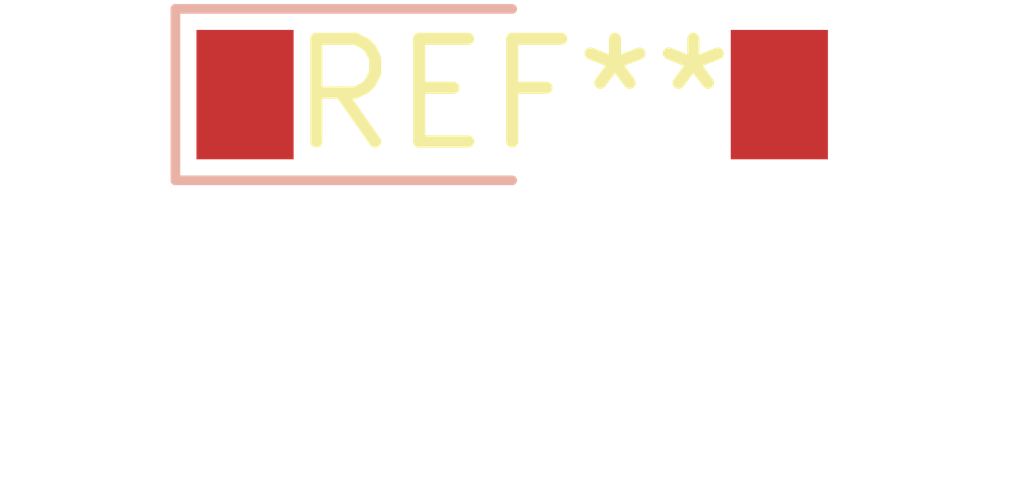
<source format=kicad_pcb>
(kicad_pcb (version 20240108) (generator pcbnew)
  (layers (0 "F.Cu" signal) (31 "B.Cu" signal) (34 "B.Paste" user) (35 "F.Paste" user) (36 "B.SilkS" user "B.Silkscreen") (37 "F.SilkS" user "F.Silkscreen") (38 "B.Mask" user) (39 "F.Mask" user) (44 "Edge.Cuts" user))
  (net 0 "")
  (footprint "Pulse_W3000" (layer "F.Cu") (at 0 0)
    (property "Reference" "REF**")
    (property "Value" "Pulse_W3000")
    (fp_line (start -4.16 -1.06) (end 0 -1.06) (layer "B.SilkS") (stroke (width 0.12)))
    (fp_line (start -4.16 1.06) (end -4.16 -1.06) (layer "B.SilkS") (stroke (width 0.12)))
    (fp_line (start -4.16 1.06) (end 0 1.06) (layer "B.SilkS") (stroke (width 0.12)))
    (pad "1" smd rect (at -3.3 0) (size 1.2 1.6) (layers "F.Cu" "F.Paste" "F.Mask"))
    (pad "2" smd rect (at 3.3 0) (size 1.2 1.6) (layers "F.Cu" "F.Paste" "F.Mask"))
  )
)
</source>
